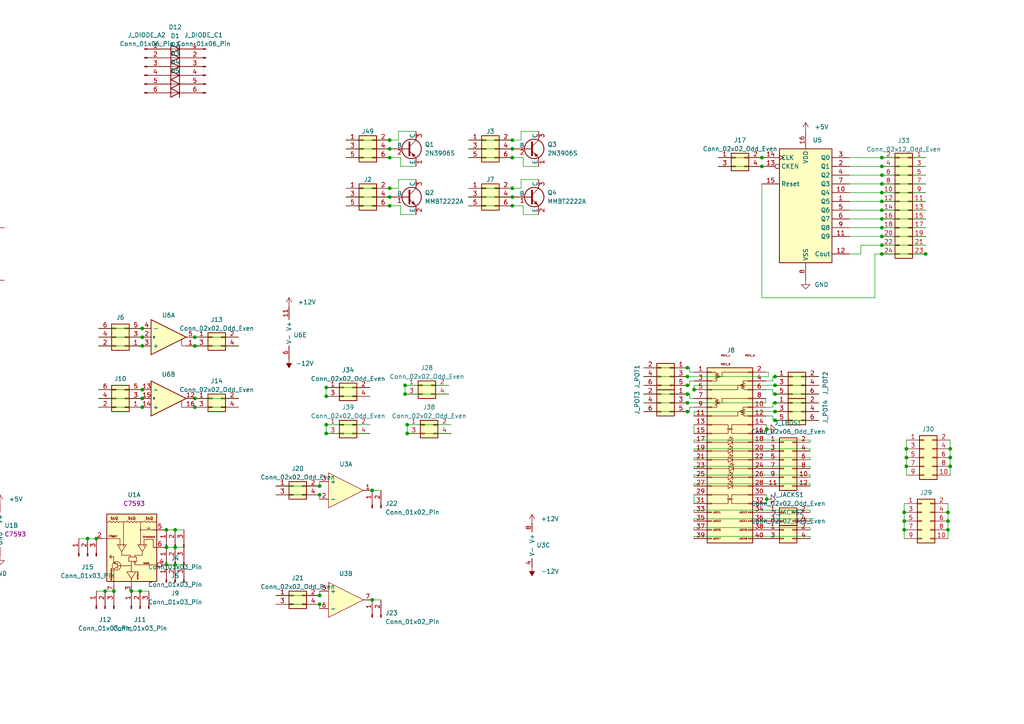
<source format=kicad_sch>
(kicad_sch (version 20230121) (generator eeschema)
  (paper "A4")
  (lib_symbols
    (symbol "Connector:Conn_01x02_Pin" (pin_names (offset 1.016) hide)
      (property "Reference" "J" (at 0 2.54 0))
      (property "Value" "Conn_01x02_Pin" (at 0 -5.08 0))
      (symbol "Conn_01x02_Pin_1_1"
        (pin passive line (at 5.08 0 180) (length 3.81) (name "Pin_1") (number "1"))
        (pin passive line (at 5.08 -2.54 180) (length 3.81) (name "Pin_2") (number "2"))
      )
    )
    (symbol "Connector:Conn_01x03_Pin" (pin_names (offset 1.016) hide)
      (property "Reference" "J" (at 0 5.08 0))
      (property "Value" "Conn_01x03_Pin" (at 0 -5.08 0))
      (symbol "Conn_01x03_Pin_1_1"
        (pin passive line (at 5.08 2.54 180) (length 3.81) (name "Pin_1") (number "1"))
        (pin passive line (at 5.08 0 180) (length 3.81) (name "Pin_2") (number "2"))
        (pin passive line (at 5.08 -2.54 180) (length 3.81) (name "Pin_3") (number "3"))
      )
    )
    (symbol "Connector:Conn_01x06_Pin" (pin_names (offset 1.016) hide)
      (property "Reference" "J" (at 0 7.62 0))
      (property "Value" "Conn_01x06_Pin" (at 0 -10.16 0))
      (symbol "Conn_01x06_Pin_1_1"
        (pin passive line (at 5.08 5.08 180) (length 3.81) (name "Pin_1") (number "1"))
        (pin passive line (at 5.08 2.54 180) (length 3.81) (name "Pin_2") (number "2"))
        (pin passive line (at 5.08 0 180) (length 3.81) (name "Pin_3") (number "3"))
        (pin passive line (at 5.08 -2.54 180) (length 3.81) (name "Pin_4") (number "4"))
        (pin passive line (at 5.08 -5.08 180) (length 3.81) (name "Pin_5") (number "5"))
        (pin passive line (at 5.08 -7.62 180) (length 3.81) (name "Pin_6") (number "6"))
      )
    )
    (symbol "Connector_Generic:Conn_02x02_Odd_Even" (pin_names (offset 1.016) hide)
      (property "Reference" "J" (at 1.27 2.54 0))
      (property "Value" "Conn_02x02_Odd_Even" (at 1.27 -5.08 0))
      (symbol "Conn_02x02_Odd_Even_1_1"
        (pin passive line (at -5.08 0 0) (length 3.81) (name "Pin_1") (number "1"))
        (pin passive line (at 7.62 0 180) (length 3.81) (name "Pin_2") (number "2"))
        (pin passive line (at -5.08 -2.54 0) (length 3.81) (name "Pin_3") (number "3"))
        (pin passive line (at 7.62 -2.54 180) (length 3.81) (name "Pin_4") (number "4"))
      )
    )
    (symbol "Connector_Generic:Conn_02x06_Odd_Even" (pin_names (offset 1.016) hide)
      (property "Reference" "J" (at 1.27 7.62 0))
      (property "Value" "Conn_02x06_Odd_Even" (at 1.27 -10.16 0))
      (symbol "Conn_02x06_Odd_Even_1_1"
        (pin passive line (at -5.08 5.08 0) (length 3.81) (name "Pin_1") (number "1"))
        (pin passive line (at 7.62 -5.08 180) (length 3.81) (name "Pin_10") (number "10"))
        (pin passive line (at -5.08 -7.62 0) (length 3.81) (name "Pin_11") (number "11"))
        (pin passive line (at 7.62 -7.62 180) (length 3.81) (name "Pin_12") (number "12"))
        (pin passive line (at 7.62 5.08 180) (length 3.81) (name "Pin_2") (number "2"))
        (pin passive line (at -5.08 2.54 0) (length 3.81) (name "Pin_3") (number "3"))
        (pin passive line (at 7.62 2.54 180) (length 3.81) (name "Pin_4") (number "4"))
        (pin passive line (at -5.08 0 0) (length 3.81) (name "Pin_5") (number "5"))
        (pin passive line (at 7.62 0 180) (length 3.81) (name "Pin_6") (number "6"))
        (pin passive line (at -5.08 -2.54 0) (length 3.81) (name "Pin_7") (number "7"))
        (pin passive line (at 7.62 -2.54 180) (length 3.81) (name "Pin_8") (number "8"))
        (pin passive line (at -5.08 -5.08 0) (length 3.81) (name "Pin_9") (number "9"))
      )
    )
    (symbol "Connector_Generic:Conn_02x12_Odd_Even" (pin_names (offset 1.016) hide)
      (property "Reference" "J" (at 1.27 15.24 0))
      (property "Value" "Conn_02x12_Odd_Even" (at 1.27 -17.78 0))
      (symbol "Conn_02x12_Odd_Even_1_1"
        (pin passive line (at -5.08 12.7 0) (length 3.81) (name "Pin_1") (number "1"))
        (pin passive line (at 7.62 2.54 180) (length 3.81) (name "Pin_10") (number "10"))
        (pin passive line (at -5.08 0 0) (length 3.81) (name "Pin_11") (number "11"))
        (pin passive line (at 7.62 0 180) (length 3.81) (name "Pin_12") (number "12"))
        (pin passive line (at -5.08 -2.54 0) (length 3.81) (name "Pin_13") (number "13"))
        (pin passive line (at 7.62 -2.54 180) (length 3.81) (name "Pin_14") (number "14"))
        (pin passive line (at -5.08 -5.08 0) (length 3.81) (name "Pin_15") (number "15"))
        (pin passive line (at 7.62 -5.08 180) (length 3.81) (name "Pin_16") (number "16"))
        (pin passive line (at -5.08 -7.62 0) (length 3.81) (name "Pin_17") (number "17"))
        (pin passive line (at 7.62 -7.62 180) (length 3.81) (name "Pin_18") (number "18"))
        (pin passive line (at -5.08 -10.16 0) (length 3.81) (name "Pin_19") (number "19"))
        (pin passive line (at 7.62 12.7 180) (length 3.81) (name "Pin_2") (number "2"))
        (pin passive line (at 7.62 -10.16 180) (length 3.81) (name "Pin_20") (number "20"))
        (pin passive line (at -5.08 -12.7 0) (length 3.81) (name "Pin_21") (number "21"))
        (pin passive line (at 7.62 -12.7 180) (length 3.81) (name "Pin_22") (number "22"))
        (pin passive line (at -5.08 -15.24 0) (length 3.81) (name "Pin_23") (number "23"))
        (pin passive line (at 7.62 -15.24 180) (length 3.81) (name "Pin_24") (number "24"))
        (pin passive line (at -5.08 10.16 0) (length 3.81) (name "Pin_3") (number "3"))
        (pin passive line (at 7.62 10.16 180) (length 3.81) (name "Pin_4") (number "4"))
        (pin passive line (at -5.08 7.62 0) (length 3.81) (name "Pin_5") (number "5"))
        (pin passive line (at 7.62 7.62 180) (length 3.81) (name "Pin_6") (number "6"))
        (pin passive line (at -5.08 5.08 0) (length 3.81) (name "Pin_7") (number "7"))
        (pin passive line (at 7.62 5.08 180) (length 3.81) (name "Pin_8") (number "8"))
        (pin passive line (at -5.08 2.54 0) (length 3.81) (name "Pin_9") (number "9"))
      )
    )
    (symbol "EuroRackTools:1N4148WS" (pin_numbers hide) (pin_names (offset 1.016) hide)
      (property "Reference" "D" (at 0 2.54 0))
      (property "Value" "1N4148WS" (at 0 -2.54 0))
      (symbol "1N4148WS_1_1"
        (pin passive line (at -3.81 0 0) (length 2.54) (name "K") (number "1"))
        (pin passive line (at 3.81 0 180) (length 2.54) (name "A") (number "2"))
      )
    )
    (symbol "EuroRackTools:2N3906S" (pin_names (offset 0))
      (property "Reference" "Q" (at 5.08 1.27 0))
      (property "Value" "2N3906S" (at 5.08 -1.27 0))
      (symbol "2N3906S_1_1"
        (pin passive line (at 2.54 -5.08 90) (length 2.54) (name "E") (number "1"))
        (pin input line (at -5.08 0 0) (length 5.715) (name "B") (number "2"))
        (pin passive line (at 2.54 5.08 270) (length 2.54) (name "C") (number "3"))
      )
    )
    (symbol "EuroRackTools:4017bm"
      (property "Reference" "U" (at 0 1.27 0))
      (symbol "4017bm_1_0"
        (pin output line (at 12.7 2.54 180) (length 5.08) (name "Q5") (number "1"))
        (pin output line (at 12.7 5.08 180) (length 5.08) (name "Q4") (number "10"))
        (pin output line (at 12.7 -7.62 180) (length 5.08) (name "Q9") (number "11"))
        (pin output line (at 12.7 -12.7 180) (length 5.08) (name "Cout") (number "12"))
        (pin input inverted (at -12.7 12.7 0) (length 5.08) (name "CKEN") (number "13"))
        (pin input clock (at -12.7 15.24 0) (length 5.08) (name "CLK") (number "14"))
        (pin input line (at -12.7 7.62 0) (length 5.08) (name "Reset") (number "15"))
        (pin power_in line (at 0 22.86 270) (length 5.08) (name "VDD") (number "16"))
        (pin output line (at 12.7 12.7 180) (length 5.08) (name "Q1") (number "2"))
        (pin output line (at 12.7 15.24 180) (length 5.08) (name "Q0") (number "3"))
        (pin output line (at 12.7 10.16 180) (length 5.08) (name "Q2") (number "4"))
        (pin output line (at 12.7 0 180) (length 5.08) (name "Q6") (number "5"))
        (pin output line (at 12.7 -2.54 180) (length 5.08) (name "Q7") (number "6"))
        (pin output line (at 12.7 7.62 180) (length 5.08) (name "Q3") (number "7"))
        (pin power_in line (at 0 -20.32 90) (length 5.08) (name "VSS") (number "8"))
        (pin output line (at 12.7 -5.08 180) (length 5.08) (name "Q8") (number "9"))
      )
    )
    (symbol "EuroRackTools:MMBT2222A" (pin_names (offset 0))
      (property "Reference" "Q" (at 5.08 1.27 0))
      (property "Value" "MMBT2222A" (at 12.7 -2.032 0))
      (symbol "MMBT2222A_1_1"
        (pin input line (at -5.08 0 0) (length 5.715) (name "B") (number "1"))
        (pin passive line (at 2.54 -5.08 90) (length 2.54) (name "E") (number "2"))
        (pin passive line (at 2.54 5.08 270) (length 2.54) (name "C") (number "3"))
      )
    )
    (symbol "EuroRackTools:NE555DR"
      (property "Reference" "U" (at 2.54 3.556 0))
      (property "LCSC" "C7593" (at 0 0 0))
      (symbol "NE555DR_1_0"
        (text "5kΩ" (at -2.413 8.382 0) (effects (font (size 0.75 0.75))))
        (text "5kΩ" (at 2.667 8.382 0) (effects (font (size 0.75 0.75))))
        (text "5kΩ" (at 7.747 8.382 0) (effects (font (size 0.75 0.75))))
        (text "cv" (at 7.62 5.588 0) (effects (font (size 0.5 0.5))))
        (text "discharge" (at -3.302 -7.874 900) (effects (font (size 0.5 0.5))))
        (text "output" (at 4.318 -8.128 900) (effects (font (size 0.5 0.5))))
        (text "reset" (at 6.858 -4.572 0) (effects (font (size 0.5 0.5))))
        (text "threshold" (at 7.62 3.048 0) (effects (font (size 0.5 0.5))))
        (text "trigger" (at -2.794 3.302 0) (effects (font (size 0.5 0.5))))
      )
      (symbol "NE555DR_1_1"
        (pin input line (at -7.62 2.54 0) (length 1.75) (name "") (number "2"))
        (pin output line (at 2.54 -12.7 90) (length 1.75) (name "") (number "3"))
        (pin input inverted (at 12.7 -5.08 180) (length 2.65) (name "") (number "4"))
        (pin input line (at 12.7 5.08 180) (length 3.81) (name "") (number "5"))
        (pin input line (at 12.7 0 180) (length 3.81) (name "") (number "6"))
        (pin input line (at -2.54 -12.7 90) (length 1.75) (name "") (number "7"))
      )
      (symbol "NE555DR_2_0"
        (pin power_in line (at 0 -5.08 90) (length 2.54) (name "GND") (number "1"))
        (pin power_in line (at 0 10.16 270) (length 2.54) (name "V+") (number "8"))
      )
    )
    (symbol "EuroRackTools:TL072"
      (property "Reference" "U" (at -1.27 0 0))
      (symbol "TL072_1_1"
        (pin output line (at 7.62 0 180) (length 2.54) (name "") (number "1"))
        (pin input line (at -7.62 -2.54 0) (length 2.54) (name "-") (number "2"))
        (pin input line (at -7.62 2.54 0) (length 2.54) (name "+") (number "3"))
      )
      (symbol "TL072_2_1"
        (pin input line (at -7.62 2.54 0) (length 2.54) (name "+") (number "5"))
        (pin input line (at -7.62 -2.54 0) (length 2.54) (name "-") (number "6"))
        (pin output line (at 7.62 0 180) (length 2.54) (name "") (number "7"))
      )
      (symbol "TL072_3_0"
        (pin power_in line (at -2.54 -6.35 90) (length 2.54) (name "V-") (number "4"))
        (pin power_in line (at -2.54 6.35 270) (length 2.54) (name "V+") (number "8"))
      )
    )
    (symbol "PCM_EuroRackTools:02x03" (pin_names (offset 1.016) hide)
      (property "Reference" "J" (at 1.27 5.08 0))
      (symbol "02x03_1_1"
        (pin passive line (at -5.08 2.54 0) (length 3.81) (name "Pin_1") (number "1"))
        (pin passive line (at 7.62 2.54 180) (length 3.81) (name "Pin_2") (number "2"))
        (pin passive line (at -5.08 0 0) (length 3.81) (name "Pin_3") (number "3"))
        (pin passive line (at 7.62 0 180) (length 3.81) (name "Pin_4") (number "4"))
        (pin passive line (at -5.08 -2.54 0) (length 3.81) (name "Pin_5") (number "5"))
        (pin passive line (at 7.62 -2.54 180) (length 3.81) (name "Pin_6") (number "6"))
      )
    )
    (symbol "PCM_EuroRackTools:02x05" (pin_names (offset 1.016) hide)
      (property "Reference" "J" (at 1.27 7.62 0))
      (symbol "02x05_1_1"
        (pin passive line (at -5.08 5.08 0) (length 3.81) (name "Pin_1") (number "1"))
        (pin passive line (at 7.62 -5.08 180) (length 3.81) (name "Pin_10") (number "10"))
        (pin passive line (at 7.62 5.08 180) (length 3.81) (name "Pin_2") (number "2"))
        (pin passive line (at -5.08 2.54 0) (length 3.81) (name "Pin_3") (number "3"))
        (pin passive line (at 7.62 2.54 180) (length 3.81) (name "Pin_4") (number "4"))
        (pin passive line (at -5.08 0 0) (length 3.81) (name "Pin_5") (number "5"))
        (pin passive line (at 7.62 0 180) (length 3.81) (name "Pin_6") (number "6"))
        (pin passive line (at -5.08 -2.54 0) (length 3.81) (name "Pin_7") (number "7"))
        (pin passive line (at 7.62 -2.54 180) (length 3.81) (name "Pin_8") (number "8"))
        (pin passive line (at -5.08 -5.08 0) (length 3.81) (name "Pin_9") (number "9"))
      )
    )
    (symbol "PCM_EuroRackTools:EuroPower16" (pin_names (offset 1.016) hide)
      (property "Reference" "J" (at 1.27 10.16 0))
      (symbol "EuroPower16_0_0"
        (text "+12v" (at 1.27 0 0) (effects (font (size 0.8 0.8))))
        (text "+5v" (at 1.27 2.54 0) (effects (font (size 0.8 0.8))))
        (text "-12v" (at 1.27 -10.16 0) (effects (font (size 0.8 0.8))))
        (text "CV" (at 1.27 5.08 0) (effects (font (size 0.8 0.8))))
        (text "GATE" (at 1.27 7.62 0) (effects (font (size 0.8 0.8))))
        (text "GND" (at 1.27 -7.62 0) (effects (font (size 0.8 0.8))))
        (text "GND" (at 1.27 -5.08 0) (effects (font (size 0.8 0.8))))
        (text "GND" (at 1.27 -2.54 0) (effects (font (size 0.8 0.8))))
      )
      (symbol "EuroPower16_1_1"
        (pin power_out line (at 7.62 -10.16 180) (length 3.81) (name "-12v_R") (number "1"))
        (pin power_out line (at -5.08 0 0) (length 3.81) (name "+12V_L") (number "10"))
        (pin power_out line (at 7.62 2.54 180) (length 3.81) (name "+5v_R") (number "11"))
        (pin power_out line (at -5.08 2.54 0) (length 3.81) (name "+5v_L") (number "12"))
        (pin passive line (at 7.62 5.08 180) (length 3.81) (name "CV_R") (number "13"))
        (pin passive line (at -5.08 5.08 0) (length 3.81) (name "CV_L") (number "14"))
        (pin passive line (at 7.62 7.62 180) (length 3.81) (name "GATE_R") (number "15"))
        (pin passive line (at -5.08 7.62 0) (length 3.81) (name "GATE_L") (number "16"))
        (pin power_out line (at -5.08 -10.16 0) (length 3.81) (name "-12v_L") (number "2"))
        (pin power_out line (at 7.62 -7.62 180) (length 3.81) (name "GND") (number "3"))
        (pin power_out line (at -5.08 -7.62 0) (length 3.81) (name "GND") (number "4"))
        (pin power_out line (at 7.62 -5.08 180) (length 3.81) (name "GND_R3") (number "5"))
        (pin power_out line (at -5.08 -5.08 0) (length 3.81) (name "GND_L3") (number "6"))
        (pin power_out line (at 7.62 -2.54 180) (length 3.81) (name "GND_R2") (number "7"))
        (pin power_out line (at -5.08 -2.54 0) (length 3.81) (name "GND_L2") (number "8"))
        (pin power_out line (at 7.62 0 180) (length 3.81) (name "+12V_R") (number "9"))
      )
    )
    (symbol "PCM_EuroRackTools:XL13700"
      (property "Reference" "U" (at -1.27 0 0))
      (symbol "XL13700_1_1"
        (pin input line (at 7.62 -2.54 180) (length 2.54) (name "~") (number "1"))
        (pin input line (at -7.62 0 0) (length 2.54) (name "D") (number "2"))
        (pin input line (at -7.62 -2.54 0) (length 2.54) (name "+") (number "3"))
        (pin input line (at -7.62 2.54 0) (length 2.54) (name "-") (number "4"))
        (pin output line (at 7.62 0 180) (length 2.54) (name "~") (number "5"))
      )
      (symbol "XL13700_2_1"
        (pin output line (at 7.62 0 180) (length 2.54) (name "~") (number "12"))
        (pin input line (at -7.62 2.54 0) (length 2.54) (name "-") (number "13"))
        (pin input line (at -7.62 -2.54 0) (length 2.54) (name "+") (number "14"))
        (pin input line (at -7.62 0 0) (length 2.54) (name "D") (number "15"))
        (pin input line (at 7.62 -2.54 180) (length 2.54) (name "~") (number "16"))
      )
      (symbol "XL13700_3_1"
        (text "V+" (at -2.54 3.81 0) (effects (font (size 1.27 1.27))))
        (pin input line (at -7.62 0 0) (length 3.81) (name "~") (number "7"))
        (pin output line (at 2.54 -2.54 180) (length 3.81) (name "~") (number "8"))
      )
      (symbol "XL13700_4_1"
        (text "V+" (at -2.54 3.81 0) (effects (font (size 1.27 1.27))))
        (pin input line (at -7.62 0 0) (length 3.81) (name "~") (number "10"))
        (pin output line (at 2.54 -2.54 180) (length 3.81) (name "~") (number "9"))
      )
      (symbol "XL13700_5_1"
        (pin power_in line (at -2.54 7.62 270) (length 3.81) (name "V+") (number "11"))
        (pin power_in line (at -2.54 -7.62 90) (length 3.81) (name "V-") (number "6"))
      )
    )
    (symbol "PCM_EuroRackTools:male 02x20" (pin_names (offset 1.016) hide)
      (property "Reference" "J" (at 1.27 25.4 0))
      (symbol "male 02x20_0_1"
        (text "GND" (at 5.334 -13.97 0) (effects (font (size 0.5 0.5))))
        (text "GND" (at 5.334 6.35 0) (effects (font (size 0.5 0.5))))
        (text "JACK1" (at 1.524 -17.78 0) (effects (font (size 0.5 0.5))))
        (text "JACK2" (at 9.144 -17.78 0) (effects (font (size 0.5 0.5))))
        (text "JACK3" (at 1.524 -20.32 0) (effects (font (size 0.5 0.5))))
        (text "JACK4" (at 9.144 -20.32 0) (effects (font (size 0.5 0.5))))
        (text "JACK5" (at 1.524 -22.86 0) (effects (font (size 0.5 0.5))))
        (text "JACK6" (at 9.144 -22.86 0) (effects (font (size 0.5 0.5))))
        (text "JACK7" (at 1.524 -25.4 0) (effects (font (size 0.5 0.5))))
        (text "JACK8" (at 9.144 -25.4 0) (effects (font (size 0.5 0.5))))
        (text "POT1_L" (at 4.064 27.686 0) (effects (font (size 0.5 0.5))))
        (text "POT1_R" (at 4.064 25.146 0) (effects (font (size 0.5 0.5))))
        (text "POT1_W" (at 11.176 27.686 0) (effects (font (size 0.5 0.5))))
      )
      (symbol "male 02x20_1_1"
        (pin passive line (at -5.08 22.86 0) (length 3.81) (name "Pin_1") (number "1"))
        (pin passive line (at 15.748 12.7 180) (length 3.81) (name "Pin_10") (number "10"))
        (pin passive line (at -5.08 10.16 0) (length 3.81) (name "Pin_11") (number "11"))
        (pin passive line (at 15.748 10.16 180) (length 3.81) (name "Pin_12") (number "12"))
        (pin passive line (at -5.08 7.62 0) (length 3.81) (name "Pin_13") (number "13"))
        (pin passive line (at 15.748 7.62 180) (length 3.81) (name "Pin_14") (number "14"))
        (pin passive line (at -5.08 5.08 0) (length 3.81) (name "Pin_15") (number "15"))
        (pin passive line (at 15.748 5.08 180) (length 3.81) (name "Pin_16") (number "16"))
        (pin passive line (at -5.08 2.54 0) (length 3.81) (name "Pin_17") (number "17"))
        (pin passive line (at 15.748 2.54 180) (length 3.81) (name "Pin_18") (number "18"))
        (pin passive line (at -5.08 0 0) (length 3.81) (name "Pin_19") (number "19"))
        (pin passive line (at 15.748 22.86 180) (length 3.81) (name "Pin_2") (number "2"))
        (pin passive line (at 15.748 0 180) (length 3.81) (name "Pin_20") (number "20"))
        (pin passive line (at -5.08 -2.54 0) (length 3.81) (name "Pin_21") (number "21"))
        (pin passive line (at 15.748 -2.54 180) (length 3.81) (name "Pin_22") (number "22"))
        (pin passive line (at -5.08 -5.08 0) (length 3.81) (name "Pin_23") (number "23"))
        (pin passive line (at 15.748 -5.08 180) (length 3.81) (name "Pin_24") (number "24"))
        (pin passive line (at -5.08 -7.62 0) (length 3.81) (name "Pin_25") (number "25"))
        (pin passive line (at 15.748 -7.62 180) (length 3.81) (name "Pin_26") (number "26"))
        (pin passive line (at -5.08 -10.16 0) (length 3.81) (name "Pin_27") (number "27"))
        (pin passive line (at 15.748 -10.16 180) (length 3.81) (name "Pin_28") (number "28"))
        (pin passive line (at -5.08 -12.7 0) (length 3.81) (name "Pin_29") (number "29"))
        (pin passive line (at -5.08 20.32 0) (length 3.81) (name "Pin_3") (number "3"))
        (pin passive line (at 15.748 -12.7 180) (length 3.81) (name "Pin_30") (number "30"))
        (pin passive line (at -5.08 -15.24 0) (length 3.81) (name "Pin_31") (number "31"))
        (pin passive line (at 15.748 -15.24 180) (length 3.81) (name "Pin_32") (number "32"))
        (pin passive line (at -5.08 -17.78 0) (length 3.81) (name "Pin_33") (number "33"))
        (pin passive line (at 15.748 -17.78 180) (length 3.81) (name "Pin_34") (number "34"))
        (pin passive line (at -5.08 -20.32 0) (length 3.81) (name "Pin_35") (number "35"))
        (pin passive line (at 15.748 -20.32 180) (length 3.81) (name "Pin_36") (number "36"))
        (pin passive line (at -5.08 -22.86 0) (length 3.81) (name "Pin_37") (number "37"))
        (pin passive line (at 15.748 -22.86 180) (length 3.81) (name "Pin_38") (number "38"))
        (pin passive line (at -5.08 -25.4 0) (length 3.81) (name "Pin_39") (number "39"))
        (pin passive line (at 15.748 20.32 180) (length 3.81) (name "Pin_4") (number "4"))
        (pin passive line (at 15.748 -25.4 180) (length 3.81) (name "Pin_40") (number "40"))
        (pin passive line (at -5.08 17.78 0) (length 3.81) (name "Pin_5") (number "5"))
        (pin passive line (at 15.748 17.78 180) (length 3.81) (name "Pin_6") (number "6"))
        (pin passive line (at -5.08 15.24 0) (length 3.81) (name "Pin_7") (number "7"))
        (pin passive line (at 15.748 15.24 180) (length 3.81) (name "Pin_8") (number "8"))
        (pin passive line (at -5.08 12.7 0) (length 3.81) (name "Pin_9") (number "9"))
      )
    )
    (symbol "power:+12V" (power) (pin_names (offset 0))
      (property "Value" "+12V" (at 0 3.556 0))
      (symbol "+12V_1_1"
        (pin power_in line (at 0 0 90) (length 0) hide (name "+12V") (number "1"))
      )
    )
    (symbol "power:+5V" (power) (pin_names (offset 0))
      (property "Value" "+5V" (at 0 3.556 0))
      (symbol "+5V_1_1"
        (pin power_in line (at 0 0 90) (length 0) hide (name "+5V") (number "1"))
      )
    )
    (symbol "power:-12V" (power) (pin_names (offset 0))
      (property "Value" "-12V" (at 0 3.81 0))
      (symbol "-12V_0_0"
        (pin power_in line (at 0 0 90) (length 0) hide (name "-12V") (number "1"))
      )
    )
    (symbol "power:GND" (power) (pin_names (offset 0))
      (property "Value" "GND" (at 0 -3.81 0))
      (symbol "GND_1_1"
        (pin power_in line (at 0 0 270) (length 0) hide (name "GND") (number "1"))
      )
    )
  )
  (junction (at 113.03 59.69))
  (junction (at 148.59 40.64))
  (junction (at 222.377 124.46))
  (junction (at 224.79 116.84))
  (junction (at 255.778 71.12))
  (junction (at 262.89 130.175))
  (junction (at 148.59 59.69))
  (junction (at 347.345 133.35))
  (junction (at 148.59 54.61))
  (junction (at 383.54 145.034))
  (junction (at 56.515 100.33))
  (junction (at 370.84 145.034))
  (junction (at 113.03 40.64))
  (junction (at 334.645 133.35))
  (junction (at 255.778 60.96))
  (junction (at 27.94 156.21))
  (junction (at 325.755 111.76))
  (junction (at 383.54 150.114))
  (junction (at 275.59 130.175))
  (junction (at 358.14 90.805))
  (junction (at 383.54 139.954))
  (junction (at 50.8 163.83))
  (junction (at 224.79 109.22))
  (junction (at 201.295 113.03))
  (junction (at 48.26 153.67))
  (junction (at 338.455 111.76))
  (junction (at 113.03 57.15))
  (junction (at 40.64 171.45))
  (junction (at 255.778 58.42))
  (junction (at 41.275 100.33))
  (junction (at 262.89 135.255))
  (junction (at 347.345 135.89))
  (junction (at 113.03 45.72))
  (junction (at 33.02 171.45))
  (junction (at 275.59 132.715))
  (junction (at 268.478 73.66))
  (junction (at 56.515 97.79))
  (junction (at 199.39 114.3))
  (junction (at 148.59 57.15))
  (junction (at 41.275 97.79))
  (junction (at 199.39 109.22))
  (junction (at 92.71 172.72))
  (junction (at 41.275 95.25))
  (junction (at 274.955 151.13))
  (junction (at 199.39 119.38))
  (junction (at 338.455 109.22))
  (junction (at 38.1 171.45))
  (junction (at 262.255 151.13))
  (junction (at 224.79 114.3))
  (junction (at 92.71 143.51))
  (junction (at 93.98 255.27))
  (junction (at 94.615 123.19))
  (junction (at 334.645 130.81))
  (junction (at 347.345 138.43))
  (junction (at 220.98 45.72))
  (junction (at 255.778 48.26))
  (junction (at 113.03 54.61))
  (junction (at 199.39 116.84))
  (junction (at 347.345 130.81))
  (junction (at 262.255 153.67))
  (junction (at 117.475 111.76))
  (junction (at 255.778 45.72))
  (junction (at 347.345 128.27))
  (junction (at 50.8 158.75))
  (junction (at 370.84 88.265))
  (junction (at 383.54 147.574))
  (junction (at 56.515 118.11))
  (junction (at 255.778 63.5))
  (junction (at 199.39 111.76))
  (junction (at 107.95 173.99))
  (junction (at 107.95 142.24))
  (junction (at 30.48 171.45))
  (junction (at 370.84 100.965))
  (junction (at 117.475 114.3))
  (junction (at 255.778 73.66))
  (junction (at 48.26 158.75))
  (junction (at 109.22 224.79))
  (junction (at 148.59 43.18))
  (junction (at 255.778 55.88))
  (junction (at 41.275 118.11))
  (junction (at 109.22 256.54))
  (junction (at 94.615 114.935))
  (junction (at 338.455 116.84))
  (junction (at 370.84 142.494))
  (junction (at 148.59 45.72))
  (junction (at 338.455 106.68))
  (junction (at 370.84 98.425))
  (junction (at 255.778 53.34))
  (junction (at 222.377 144.78))
  (junction (at 275.59 135.255))
  (junction (at 358.14 93.345))
  (junction (at 274.955 148.59))
  (junction (at 338.455 114.3))
  (junction (at 93.98 257.81))
  (junction (at 224.79 121.92))
  (junction (at 25.4 156.21))
  (junction (at 224.79 111.76))
  (junction (at 92.71 140.97))
  (junction (at 262.255 148.59))
  (junction (at 93.98 223.52))
  (junction (at 255.778 66.04))
  (junction (at 224.79 119.38))
  (junction (at 113.03 43.18))
  (junction (at 56.515 115.57))
  (junction (at 325.755 109.22))
  (junction (at 41.275 115.57))
  (junction (at 255.778 50.8))
  (junction (at 94.615 112.395))
  (junction (at 48.26 163.83))
  (junction (at 41.275 113.03))
  (junction (at 255.778 68.58))
  (junction (at 199.39 106.68))
  (junction (at 92.71 175.26))
  (junction (at 383.54 142.494))
  (junction (at 118.11 123.19))
  (junction (at 118.11 125.73))
  (junction (at 358.14 95.885))
  (junction (at 274.955 153.67))
  (junction (at 220.98 48.26))
  (junction (at 370.84 93.345))
  (junction (at 262.89 132.715))
  (junction (at 50.8 153.67))
  (junction (at 94.615 125.73))
  (junction (at 93.98 226.06))
  (wire (pts (xy 201.295 146.05) (xy 201.295 143.51)))
  (wire (pts (xy 115.57 52.07) (xy 115.57 54.61)))
  (wire (pts (xy 234.95 140.97) (xy 234.95 140.335)))
  (wire (pts (xy 262.255 153.67) (xy 262.255 156.21)))
  (wire (pts (xy 274.955 148.59) (xy 274.955 151.13)))
  (wire (pts (xy 116.205 59.69) (xy 113.03 59.69)))
  (wire (pts (xy 383.54 142.494) (xy 383.54 145.034)))
  (wire (pts (xy 50.8 153.67) (xy 53.34 153.67)))
  (wire (pts (xy 199.39 119.38) (xy 200.025 119.38)))
  (wire (pts (xy 200.025 106.68) (xy 200.025 107.95)))
  (wire (pts (xy 334.645 128.27) (xy 347.345 128.27)))
  (wire (pts (xy 151.13 38.1) (xy 151.13 40.64)))
  (wire (pts (xy 201.295 153.035) (xy 201.295 153.67)))
  (wire (pts (xy 116.205 45.72) (xy 113.03 45.72)))
  (wire (pts (xy 151.765 59.69) (xy 148.59 59.69)))
  (wire (pts (xy 262.89 130.175) (xy 262.89 132.715)))
  (wire (pts (xy 92.71 175.26) (xy 92.71 176.53)))
  (wire (pts (xy 370.84 139.954) (xy 383.54 139.954)))
  (wire (pts (xy 200.025 115.57) (xy 201.295 115.57)))
  (wire (pts (xy 347.345 130.81) (xy 347.345 133.35)))
  (wire (pts (xy 222.123 130.81) (xy 222.25 130.81)))
  (wire (pts (xy 234.95 132.715) (xy 201.295 132.715)))
  (wire (pts (xy 220.98 53.34) (xy 220.98 86.36)))
  (wire (pts (xy 246.38 48.26) (xy 255.778 48.26)))
  (wire (pts (xy 120.65 62.23) (xy 116.205 62.23)))
  (wire (pts (xy 234.95 153.67) (xy 234.95 153.035)))
  (wire (pts (xy 186.69 111.76) (xy 199.39 111.76)))
  (wire (pts (xy 222.123 151.13) (xy 222.25 151.13)))
  (wire (pts (xy 115.57 40.64) (xy 113.03 40.64)))
  (wire (pts (xy 262.89 132.715) (xy 262.89 135.255)))
  (wire (pts (xy 222.123 115.57) (xy 222.123 116.84)))
  (wire (pts (xy 338.455 109.22) (xy 338.455 111.76)))
  (wire (pts (xy 120.65 52.07) (xy 115.57 52.07)))
  (wire (pts (xy 274.955 151.13) (xy 274.955 153.67)))
  (wire (pts (xy 370.84 142.494) (xy 370.84 145.034)))
  (wire (pts (xy 224.79 119.38) (xy 201.295 119.38)))
  (wire (pts (xy 81.28 226.06) (xy 93.98 226.06)))
  (wire (pts (xy 234.95 130.175) (xy 201.295 130.175)))
  (wire (pts (xy 358.14 100.965) (xy 370.84 100.965)))
  (wire (pts (xy 40.64 171.45) (xy 43.18 171.45)))
  (wire (pts (xy 201.295 111.76) (xy 201.295 113.03)))
  (wire (pts (xy 80.01 175.26) (xy 92.71 175.26)))
  (wire (pts (xy 92.71 140.97) (xy 80.01 140.97)))
  (wire (pts (xy 255.778 68.58) (xy 268.478 68.58)))
  (wire (pts (xy 246.38 66.04) (xy 255.778 66.04)))
  (wire (pts (xy 255.778 45.72) (xy 268.478 45.72)))
  (wire (pts (xy 222.123 125.73) (xy 222.377 125.73)))
  (wire (pts (xy 118.11 125.73) (xy 130.81 125.73)))
  (wire (pts (xy 200.025 119.38) (xy 200.025 118.11)))
  (wire (pts (xy 224.79 119.38) (xy 237.49 119.38)))
  (wire (pts (xy 201.295 155.575) (xy 201.295 156.21)))
  (wire (pts (xy 48.26 163.83) (xy 50.8 163.83)))
  (wire (pts (xy 222.377 144.78) (xy 222.377 146.05)))
  (wire (pts (xy 151.13 54.61) (xy 148.59 54.61)))
  (wire (pts (xy 93.98 222.25) (xy 93.98 223.52)))
  (wire (pts (xy 201.295 147.955) (xy 201.295 148.59)))
  (wire (pts (xy 186.69 114.3) (xy 199.39 114.3)))
  (wire (pts (xy 246.38 73.66) (xy 249.682 73.66)))
  (wire (pts (xy 117.475 114.3) (xy 130.175 114.3)))
  (wire (pts (xy 200.025 114.3) (xy 200.025 115.57)))
  (wire (pts (xy 48.26 158.75) (xy 50.8 158.75)))
  (wire (pts (xy 115.57 54.61) (xy 113.03 54.61)))
  (wire (pts (xy 224.79 109.22) (xy 237.49 109.22)))
  (wire (pts (xy 222.123 118.11) (xy 224.155 118.11)))
  (wire (pts (xy 130.81 123.19) (xy 118.11 123.19)))
  (wire (pts (xy 234.95 128.27) (xy 234.95 127.635)))
  (wire (pts (xy 113.03 54.61) (xy 100.33 54.61)))
  (wire (pts (xy 107.95 173.99) (xy 110.49 173.99)))
  (wire (pts (xy 253.746 86.36) (xy 253.746 73.66)))
  (wire (pts (xy 325.755 114.3) (xy 338.455 114.3)))
  (wire (pts (xy 120.65 48.26) (xy 116.205 48.26)))
  (wire (pts (xy 151.13 40.64) (xy 148.59 40.64)))
  (wire (pts (xy 27.94 171.45) (xy 30.48 171.45)))
  (wire (pts (xy 94.615 112.395) (xy 94.615 114.935)))
  (wire (pts (xy 275.59 132.715) (xy 275.59 135.255)))
  (wire (pts (xy 80.01 143.51) (xy 92.71 143.51)))
  (wire (pts (xy 92.71 172.72) (xy 80.01 172.72)))
  (wire (pts (xy 28.575 118.11) (xy 41.275 118.11)))
  (wire (pts (xy 135.89 57.15) (xy 148.59 57.15)))
  (wire (pts (xy 234.95 148.59) (xy 234.95 147.955)))
  (wire (pts (xy 201.295 127.635) (xy 201.295 128.27)))
  (wire (pts (xy 50.8 163.83) (xy 53.34 163.83)))
  (wire (pts (xy 325.755 111.76) (xy 338.455 111.76)))
  (wire (pts (xy 93.98 223.52) (xy 81.28 223.52)))
  (wire (pts (xy 201.295 140.335) (xy 201.295 140.97)))
  (wire (pts (xy 358.14 90.805) (xy 358.14 93.345)))
  (wire (pts (xy 48.26 163.83) (xy 48.26 165.1)))
  (wire (pts (xy 224.79 121.92) (xy 237.49 121.92)))
  (wire (pts (xy 222.123 146.05) (xy 222.377 146.05)))
  (wire (pts (xy 38.1 171.45) (xy 40.64 171.45)))
  (wire (pts (xy 224.79 109.22) (xy 224.155 109.22)))
  (wire (pts (xy 268.478 73.66) (xy 268.732 73.66)))
  (wire (pts (xy 109.22 224.79) (xy 111.76 224.79)))
  (wire (pts (xy 100.33 43.18) (xy 113.03 43.18)))
  (wire (pts (xy 113.03 40.64) (xy 100.33 40.64)))
  (wire (pts (xy 156.21 62.23) (xy 151.765 62.23)))
  (wire (pts (xy 358.14 95.885) (xy 370.84 95.885)))
  (wire (pts (xy 69.215 97.79) (xy 56.515 97.79)))
  (wire (pts (xy 222.377 124.46) (xy 222.377 125.73)))
  (wire (pts (xy 92.71 171.45) (xy 92.71 172.72)))
  (wire (pts (xy 222.123 110.49) (xy 224.155 110.49)))
  (wire (pts (xy 151.765 48.26) (xy 151.765 45.72)))
  (wire (pts (xy 234.95 153.035) (xy 201.295 153.035)))
  (wire (pts (xy 113.03 59.69) (xy 100.33 59.69)))
  (wire (pts (xy 208.28 45.72) (xy 220.98 45.72)))
  (wire (pts (xy 156.21 48.26) (xy 151.765 48.26)))
  (wire (pts (xy 370.84 150.114) (xy 383.54 150.114)))
  (wire (pts (xy 116.205 62.23) (xy 116.205 59.69)))
  (wire (pts (xy 30.48 171.45) (xy 33.02 171.45)))
  (wire (pts (xy 234.95 130.81) (xy 234.95 130.175)))
  (wire (pts (xy 92.71 139.7) (xy 92.71 140.97)))
  (wire (pts (xy 234.95 135.89) (xy 234.95 135.255)))
  (wire (pts (xy 200.025 111.76) (xy 200.025 110.49)))
  (wire (pts (xy 334.645 135.89) (xy 347.345 135.89)))
  (wire (pts (xy 358.14 90.805) (xy 370.84 90.805)))
  (wire (pts (xy 234.95 138.43) (xy 234.95 137.795)))
  (wire (pts (xy 222.123 123.19) (xy 222.377 123.19)))
  (wire (pts (xy 358.14 88.265) (xy 370.84 88.265)))
  (wire (pts (xy 200.025 107.95) (xy 201.295 107.95)))
  (wire (pts (xy 255.778 53.34) (xy 268.478 53.34)))
  (wire (pts (xy 224.155 114.3) (xy 224.79 114.3)))
  (wire (pts (xy 253.746 73.66) (xy 255.778 73.66)))
  (wire (pts (xy 234.95 127.635) (xy 201.295 127.635)))
  (wire (pts (xy 255.778 66.04) (xy 268.478 66.04)))
  (wire (pts (xy 130.175 111.76) (xy 117.475 111.76)))
  (wire (pts (xy 48.26 157.48) (xy 48.26 158.75)))
  (wire (pts (xy 93.98 226.06) (xy 93.98 227.33)))
  (wire (pts (xy 186.69 119.38) (xy 199.39 119.38)))
  (wire (pts (xy 186.69 116.84) (xy 199.39 116.84)))
  (wire (pts (xy 201.295 113.03) (xy 201.422 113.03)))
  (wire (pts (xy 28.575 97.79) (xy 41.275 97.79)))
  (wire (pts (xy 48.26 162.56) (xy 48.26 163.83)))
  (wire (pts (xy 118.11 123.19) (xy 118.11 125.73)))
  (wire (pts (xy 222.123 143.51) (xy 222.377 143.51)))
  (wire (pts (xy 107.315 112.395) (xy 94.615 112.395)))
  (wire (pts (xy 325.755 109.22) (xy 325.755 111.76)))
  (wire (pts (xy 56.515 118.11) (xy 69.215 118.11)))
  (wire (pts (xy 94.615 123.19) (xy 94.615 125.73)))
  (wire (pts (xy 383.54 142.494) (xy 370.84 142.494)))
  (wire (pts (xy 199.39 109.22) (xy 222.885 109.22)))
  (wire (pts (xy 358.14 93.345) (xy 358.14 95.885)))
  (wire (pts (xy 200.025 118.11) (xy 201.295 118.11)))
  (wire (pts (xy 93.98 257.81) (xy 93.98 259.08)))
  (wire (pts (xy 199.39 114.3) (xy 200.025 114.3)))
  (wire (pts (xy 334.645 130.81) (xy 334.645 133.35)))
  (wire (pts (xy 148.59 40.64) (xy 135.89 40.64)))
  (wire (pts (xy 22.86 156.21) (xy 25.4 156.21)))
  (wire (pts (xy 246.38 68.58) (xy 255.778 68.58)))
  (wire (pts (xy 234.95 155.575) (xy 201.295 155.575)))
  (wire (pts (xy 201.295 119.38) (xy 201.295 120.65)))
  (wire (pts (xy 48.26 158.75) (xy 48.26 160.02)))
  (wire (pts (xy 234.95 156.21) (xy 234.95 155.575)))
  (wire (pts (xy 186.69 109.22) (xy 199.39 109.22)))
  (wire (pts (xy 186.69 106.68) (xy 199.39 106.68)))
  (wire (pts (xy 255.778 73.66) (xy 268.478 73.66)))
  (wire (pts (xy 201.295 130.175) (xy 201.295 130.81)))
  (wire (pts (xy 224.79 114.3) (xy 237.49 114.3)))
  (wire (pts (xy 325.755 116.84) (xy 338.455 116.84)))
  (wire (pts (xy 222.123 128.27) (xy 222.25 128.27)))
  (wire (pts (xy 246.38 58.42) (xy 255.778 58.42)))
  (wire (pts (xy 234.95 135.255) (xy 201.295 135.255)))
  (wire (pts (xy 274.955 146.05) (xy 274.955 148.59)))
  (wire (pts (xy 201.295 132.715) (xy 201.295 133.35)))
  (wire (pts (xy 156.21 52.07) (xy 151.13 52.07)))
  (wire (pts (xy 347.345 130.81) (xy 334.645 130.81)))
  (wire (pts (xy 222.123 107.95) (xy 222.885 107.95)))
  (wire (pts (xy 275.59 127.635) (xy 275.59 130.175)))
  (wire (pts (xy 234.95 137.795) (xy 201.295 137.795)))
  (wire (pts (xy 50.8 158.75) (xy 53.34 158.75)))
  (wire (pts (xy 208.28 48.26) (xy 220.98 48.26)))
  (wire (pts (xy 69.215 115.57) (xy 56.515 115.57)))
  (wire (pts (xy 224.79 116.84) (xy 237.49 116.84)))
  (wire (pts (xy 222.885 107.95) (xy 222.885 109.22)))
  (wire (pts (xy 151.13 52.07) (xy 151.13 54.61)))
  (wire (pts (xy 224.79 111.76) (xy 201.295 111.76)))
  (wire (pts (xy 358.14 106.045) (xy 370.84 106.045)))
  (wire (pts (xy 255.778 71.12) (xy 268.478 71.12)))
  (wire (pts (xy 275.59 130.175) (xy 275.59 132.715)))
  (wire (pts (xy 334.645 138.43) (xy 347.345 138.43)))
  (wire (pts (xy 224.155 121.92) (xy 224.79 121.92)))
  (wire (pts (xy 246.38 45.72) (xy 255.778 45.72)))
  (wire (pts (xy 148.59 59.69) (xy 135.89 59.69)))
  (wire (pts (xy 234.95 151.13) (xy 234.95 150.495)))
  (wire (pts (xy 370.84 145.034) (xy 383.54 145.034)))
  (wire (pts (xy 325.755 106.68) (xy 338.455 106.68)))
  (wire (pts (xy 234.95 140.335) (xy 201.295 140.335)))
  (wire (pts (xy 222.123 138.43) (xy 222.25 138.43)))
  (wire (pts (xy 246.38 55.88) (xy 255.778 55.88)))
  (wire (pts (xy 25.4 156.21) (xy 27.94 156.21)))
  (wire (pts (xy 224.155 121.92) (xy 224.155 120.65)))
  (wire (pts (xy 334.645 133.35) (xy 347.345 133.35)))
  (wire (pts (xy 262.255 148.59) (xy 262.255 151.13)))
  (wire (pts (xy 48.26 153.67) (xy 50.8 153.67)))
  (wire (pts (xy 135.89 43.18) (xy 148.59 43.18)))
  (wire (pts (xy 275.59 135.255) (xy 275.59 137.795)))
  (wire (pts (xy 224.79 111.76) (xy 237.49 111.76)))
  (wire (pts (xy 222.123 133.35) (xy 222.25 133.35)))
  (wire (pts (xy 56.515 100.33) (xy 69.215 100.33)))
  (wire (pts (xy 246.38 60.96) (xy 255.778 60.96)))
  (wire (pts (xy 199.39 111.76) (xy 200.025 111.76)))
  (wire (pts (xy 93.98 255.27) (xy 81.28 255.27)))
  (wire (pts (xy 262.255 151.13) (xy 262.255 153.67)))
  (wire (pts (xy 234.95 150.495) (xy 201.295 150.495)))
  (wire (pts (xy 100.33 57.15) (xy 113.03 57.15)))
  (wire (pts (xy 246.38 50.8) (xy 255.778 50.8)))
  (wire (pts (xy 234.95 147.955) (xy 201.295 147.955)))
  (wire (pts (xy 222.123 148.59) (xy 222.25 148.59)))
  (wire (pts (xy 358.14 98.425) (xy 370.84 98.425)))
  (wire (pts (xy 224.155 114.3) (xy 224.155 113.03)))
  (wire (pts (xy 93.98 254) (xy 93.98 255.27)))
  (wire (pts (xy 199.39 116.84) (xy 222.123 116.84)))
  (wire (pts (xy 222.123 140.97) (xy 222.25 140.97)))
  (wire (pts (xy 224.79 116.84) (xy 224.155 116.84)))
  (wire (pts (xy 117.475 111.76) (xy 117.475 114.3)))
  (wire (pts (xy 224.155 109.22) (xy 224.155 110.49)))
  (wire (pts (xy 201.295 137.795) (xy 201.295 138.43)))
  (wire (pts (xy 201.295 150.495) (xy 201.295 151.13)))
  (wire (pts (xy 274.955 153.67) (xy 274.955 156.21)))
  (wire (pts (xy 262.89 135.255) (xy 262.89 137.795)))
  (wire (pts (xy 28.575 100.33) (xy 41.275 100.33)))
  (wire (pts (xy 222.123 120.65) (xy 224.155 120.65)))
  (wire (pts (xy 81.28 257.81) (xy 93.98 257.81)))
  (wire (pts (xy 156.21 38.1) (xy 151.13 38.1)))
  (wire (pts (xy 255.778 48.26) (xy 268.478 48.26)))
  (wire (pts (xy 220.98 86.36) (xy 253.746 86.36)))
  (wire (pts (xy 246.38 53.34) (xy 255.778 53.34)))
  (wire (pts (xy 200.025 110.49) (xy 201.295 110.49)))
  (wire (pts (xy 255.778 60.96) (xy 268.478 60.96)))
  (wire (pts (xy 262.255 146.05) (xy 262.255 148.59)))
  (wire (pts (xy 92.71 143.51) (xy 92.71 144.78)))
  (wire (pts (xy 107.95 142.24) (xy 110.49 142.24)))
  (wire (pts (xy 94.615 125.73) (xy 107.315 125.73)))
  (wire (pts (xy 109.22 256.54) (xy 111.76 256.54)))
  (wire (pts (xy 28.575 95.25) (xy 41.275 95.25)))
  (wire (pts (xy 107.315 123.19) (xy 94.615 123.19)))
  (wire (pts (xy 255.778 50.8) (xy 268.478 50.8)))
  (wire (pts (xy 358.14 93.345) (xy 370.84 93.345)))
  (wire (pts (xy 94.615 114.935) (xy 107.315 114.935)))
  (wire (pts (xy 148.59 54.61) (xy 135.89 54.61)))
  (wire (pts (xy 222.123 156.21) (xy 222.25 156.21)))
  (wire (pts (xy 249.682 71.12) (xy 255.778 71.12)))
  (wire (pts (xy 113.03 45.72) (xy 100.33 45.72)))
  (wire (pts (xy 255.778 58.42) (xy 268.478 58.42)))
  (wire (pts (xy 224.155 116.84) (xy 224.155 118.11)))
  (wire (pts (xy 116.205 48.26) (xy 116.205 45.72)))
  (wire (pts (xy 151.765 62.23) (xy 151.765 59.69)))
  (wire (pts (xy 234.95 133.35) (xy 234.95 132.715)))
  (wire (pts (xy 120.65 38.1) (xy 115.57 38.1)))
  (wire (pts (xy 115.57 38.1) (xy 115.57 40.64)))
  (wire (pts (xy 28.575 113.03) (xy 41.275 113.03)))
  (wire (pts (xy 255.778 63.5) (xy 268.478 63.5)))
  (wire (pts (xy 222.123 153.67) (xy 222.25 153.67)))
  (wire (pts (xy 222.377 123.19) (xy 222.377 124.46)))
  (wire (pts (xy 249.682 73.66) (xy 249.682 71.12)))
  (wire (pts (xy 199.39 106.68) (xy 200.025 106.68)))
  (wire (pts (xy 222.123 113.03) (xy 224.155 113.03)))
  (wire (pts (xy 28.575 115.57) (xy 41.275 115.57)))
  (wire (pts (xy 148.59 45.72) (xy 135.89 45.72)))
  (wire (pts (xy 222.377 143.51) (xy 222.377 144.78)))
  (wire (pts (xy 262.89 127.635) (xy 262.89 130.175)))
  (wire (pts (xy 201.295 125.73) (xy 201.295 123.19)))
  (wire (pts (xy 222.123 135.89) (xy 222.25 135.89)))
  (wire (pts (xy 151.765 45.72) (xy 148.59 45.72)))
  (wire (pts (xy 201.295 135.255) (xy 201.295 135.89)))
  (wire (pts (xy 370.84 147.574) (xy 383.54 147.574)))
  (wire (pts (xy 358.14 103.505) (xy 370.84 103.505)))
  (wire (pts (xy 338.455 109.22) (xy 325.755 109.22)))
  (wire (pts (xy 246.38 63.5) (xy 255.778 63.5)))
  (wire (pts (xy 255.778 55.88) (xy 268.478 55.88)))
  (symbol (lib_id "Connector:Conn_01x03_Pin") (at 50.8 163.83 90) (unit 1)
    (property "Reference" "J5" (at 50.8 167.005 90))
    (property "Value" "Conn_01x03_Pin" (at 50.8 169.545 90))
    (property "Footprint" "Connector_PinHeader_2.54mm:PinHeader_1x03_P2.54mm_Vertical" (effects hide))
  )
  (symbol (lib_id "power:+5V") (at 370.84 100.965 270) (unit 1)
    (property "Reference" "#PWR0104" (effects hide))
    (property "Value" "+5V" (at 374.65 100.9649 90) (effects (justify left)))
  )
  (symbol (lib_id "PCM_EuroRackTools:XL13700") (at 48.895 115.57 0) (unit 2)
    (property "Reference" "U6" (at 48.895 108.585 0))
    (property "Value" "XL13700" (effects hide))
    (property "Footprint" "Package_SO:SOP-16_3.9x9.9mm_P1.27mm" (effects hide))
    (property "Sim.Pins" "1=1 2=2 3=3 4=4 5=5 6=6 7=7 8=8 9=9 10=10 11=11 12=12 13=13 14=14 15=15 16=16" (effects hide))
    (property "Sim.Device" "SPICE" (effects hide))
    (property "Sim.Params" "type=\"X\" model=\"MY_LM13700\" lib=\"\"" (effects hide))
    (property "LCSC" "C521166" (effects hide))
  )
  (symbol (lib_id "EuroRackTools:TL072") (at 101.6 256.54 0) (unit 2)
    (property "Reference" "U4" (at 101.6 248.92 0))
    (property "Value" "TL072" (effects hide))
    (property "Footprint" "Package_SO:SOIC-8_3.9x4.9mm_P1.27mm" (effects hide))
    (property "LCSC" "C6961" (effects hide))
    (property "Sim.Device" "SPICE" (effects hide))
    (property "Sim.Params" "type=\"X\" model=\"MY_TL072\" lib=\"\"" (effects hide))
    (property "Sim.Pins" "1=1 2=2 3=3 4=4 5=5 6=6 7=7 8=8" (effects hide))
  )
  (symbol (lib_id "PCM_EuroRackTools:02x03") (at 105.41 57.15 0) (unit 1)
    (property "Reference" "J2" (at 106.68 52.07 0))
    (property "Value" "02x03" (effects hide))
    (property "Footprint" "Connector_PinHeader_2.54mm:PinHeader_2x03_P2.54mm_Vertical" (effects hide))
  )
  (symbol (lib_id "power:GND") (at 383.54 145.034 90) (unit 1)
    (property "Reference" "#PWR017" (effects hide))
    (property "Value" "GND" (at 387.35 145.0339 90) (effects (justify right)))
  )
  (symbol (lib_id "PCM_EuroRackTools:02x05") (at 339.725 133.35 0) (unit 1)
    (property "Reference" "J19" (at 340.995 125.095 0))
    (property "Value" "02x05" (effects hide))
    (property "Footprint" "Connector_PinHeader_2.54mm:PinHeader_2x05_P2.54mm_Vertical" (effects hide))
  )
  (symbol (lib_id "Connector_Generic:Conn_02x02_Odd_Even") (at 61.595 97.79 0) (unit 1)
    (property "Reference" "J13" (at 62.865 92.71 0))
    (property "Value" "Conn_02x02_Odd_Even" (at 62.865 95.25 0))
    (property "Footprint" "Connector_PinHeader_2.54mm:PinHeader_2x02_P2.54mm_Vertical" (effects hide))
  )
  (symbol (lib_id "EuroRackTools:2N3906S") (at 118.11 43.18 0) (unit 1)
    (property "Reference" "Q1" (at 123.19 41.9099 0) (effects (justify left)))
    (property "Value" "2N3906S" (at 123.19 44.4499 0) (effects (justify left)))
    (property "Footprint" "Package_TO_SOT_SMD:SOT-23-3" (effects hide))
    (property "LCSC" "C147294" (effects hide))
    (property "Sim.Device" "SPICE" (effects hide))
    (property "Sim.Params" "type=\"Q\" model=\"2N3906\" lib=\"\"" (effects hide))
    (property "Sim.Pins" "1=1 2=2 3=3" (effects hide))
  )
  (symbol (lib_id "Connector:Conn_01x03_Pin") (at 50.8 158.75 90) (unit 1)
    (property "Reference" "J4" (at 50.8 161.925 90))
    (property "Value" "Conn_01x03_Pin" (at 50.8 164.465 90))
    (property "Footprint" "Connector_PinHeader_2.54mm:PinHeader_1x03_P2.54mm_Vertical" (effects hide))
  )
  (symbol (lib_id "EuroRackTools:MMBT2222A") (at 153.67 57.15 0) (unit 1)
    (property "Reference" "Q4" (at 158.75 55.8799 0) (effects (justify left)))
    (property "Value" "MMBT2222A" (at 158.75 58.4199 0) (effects (justify left)))
    (property "Footprint" "Package_TO_SOT_SMD:SOT-23-3" (effects hide))
    (property "LCSC" "C8512" (effects hide))
    (property "Sim.Device" "SPICE" (effects hide))
    (property "Sim.Params" "type=\"Q\" model=\"2N2222\" lib=\"\"" (effects hide))
    (property "Sim.Pins" "1=1 2=2 3=3" (effects hide))
  )
  (symbol (lib_id "EuroRackTools:2N3906S") (at 153.67 43.18 0) (unit 1)
    (property "Reference" "Q3" (at 158.75 41.9099 0) (effects (justify left)))
    (property "Value" "2N3906S" (at 158.75 44.4499 0) (effects (justify left)))
    (property "Footprint" "Package_TO_SOT_SMD:SOT-23-3" (effects hide))
    (property "LCSC" "C147294" (effects hide))
    (property "Sim.Device" "SPICE" (effects hide))
    (property "Sim.Params" "type=\"Q\" model=\"2N3906\" lib=\"\"" (effects hide))
    (property "Sim.Pins" "1=1 2=2 3=3" (effects hide))
  )
  (symbol (lib_id "Connector:Conn_01x02_Pin") (at 107.95 147.32 90) (unit 1)
    (property "Reference" "J22" (at 111.76 146.05 90) (effects (justify right)))
    (property "Value" "Conn_01x02_Pin" (at 111.76 148.59 90) (effects (justify right)))
    (property "Footprint" "Connector_PinHeader_2.54mm:PinHeader_1x02_P2.54mm_Vertical" (effects hide))
  )
  (symbol (lib_id "PCM_EuroRackTools:XL13700") (at -1.27 78.74 0) (unit 4)
    (property "Reference" "U6" (at -3.81 72.39 0))
    (property "Value" "XL13700" (effects hide))
    (property "Footprint" "Package_SO:SOP-16_3.9x9.9mm_P1.27mm" (effects hide))
    (property "Sim.Pins" "1=1 2=2 3=3 4=4 5=5 6=6 7=7 8=8 9=9 10=10 11=11 12=12 13=13 14=14 15=15 16=16" (effects hide))
    (property "Sim.Device" "SPICE" (effects hide))
    (property "Sim.Params" "type=\"X\" model=\"MY_LM13700\" lib=\"\"" (effects hide))
    (property "LCSC" "C521166" (effects hide))
  )
  (symbol (lib_id "EuroRackTools:NE555DR") (at 35.56 158.75 0) (unit 1)
    (property "Reference" "U1" (at 38.9115 143.51 0))
    (property "Value" "NE555DR" (effects hide))
    (property "Footprint" "Package_SO:SOIC-8-1EP_3.9x4.9mm_P1.27mm_EP2.29x3mm" (effects hide))
    (property "LCSC" "C7593" (at 38.9115 146.05 0))
  )
  (symbol (lib_id "PCM_EuroRackTools:02x03") (at 229.87 119.38 0) (unit 1)
    (property "Reference" "J_POT4" (at 239.395 119.38 90))
    (property "Value" "02x03" (effects hide))
    (property "Footprint" "Connector_PinHeader_2.54mm:PinHeader_2x03_P2.54mm_Vertical" (effects hide))
  )
  (symbol (lib_id "EuroRackTools:1N4148WS") (at 50.8 21.844 180) (unit 1)
    (property "Reference" "D3" (at 50.8 15.494 0))
    (property "Value" "1N4148WS" (effects hide))
    (property "Footprint" "Diode_SMD:D_SOD-323" (effects hide))
    (property "Datasheet" "https://www.vishay.com/docs/85751/1n4148ws.pdf" (effects hide))
    (property "LCSC" "C2128" (effects hide))
    (property "Sim.Device" "SPICE" (effects hide))
    (property "Sim.Params" "type=\"D\" model=\"1N4148\" lib=\"\"" (effects hide))
    (property "Sim.Pins" "1=1 2=2" (effects hide))
  )
  (symbol (lib_id "power:GND") (at 222.377 124.46 90) (unit 1)
    (property "Reference" "#PWR01" (effects hide))
    (property "Value" "GND" (effects hide))
  )
  (symbol (lib_id "Connector_Generic:Conn_02x02_Odd_Even") (at 213.36 45.72 0) (unit 1)
    (property "Reference" "J17" (at 214.63 40.64 0))
    (property "Value" "Conn_02x02_Odd_Even" (at 214.63 43.18 0))
    (property "Footprint" "Connector_PinHeader_2.54mm:PinHeader_2x02_P2.54mm_Vertical" (effects hide))
  )
  (symbol (lib_id "power:-12V") (at 338.455 106.68 270) (unit 1)
    (property "Reference" "#PWR011" (effects hide))
    (property "Value" "-12V" (at 342.265 106.6799 90) (effects (justify left)))
  )
  (symbol (lib_id "EuroRackTools:1N4148WS") (at 50.8 16.764 180) (unit 1)
    (property "Reference" "D1" (at 50.8 10.414 0))
    (property "Value" "1N4148WS" (effects hide))
    (property "Footprint" "Diode_SMD:D_SOD-323" (effects hide))
    (property "Datasheet" "https://www.vishay.com/docs/85751/1n4148ws.pdf" (effects hide))
    (property "LCSC" "C2128" (effects hide))
    (property "Sim.Device" "SPICE" (effects hide))
    (property "Sim.Params" "type=\"D\" model=\"1N4148\" lib=\"\"" (effects hide))
    (property "Sim.Pins" "1=1 2=2" (effects hide))
  )
  (symbol (lib_id "Connector_Generic:Conn_02x02_Odd_Even") (at 99.695 112.395 0) (unit 1)
    (property "Reference" "J34" (at 100.965 107.315 0))
    (property "Value" "Conn_02x02_Odd_Even" (at 100.965 109.855 0))
    (property "Footprint" "Connector_PinHeader_2.54mm:PinHeader_2x02_P2.54mm_Vertical" (effects hide))
  )
  (symbol (lib_id "PCM_EuroRackTools:02x03") (at 194.31 109.22 0) (mirror y) (unit 1)
    (property "Reference" "J_POT1" (at 184.785 109.22 90))
    (property "Value" "02x03" (effects hide))
    (property "Footprint" "Connector_PinHeader_2.54mm:PinHeader_2x03_P2.54mm_Vertical" (effects hide))
  )
  (symbol (lib_id "Connector_Generic:Conn_02x02_Odd_Even") (at 86.36 255.27 0) (unit 1)
    (property "Reference" "J26" (at 87.63 250.19 0))
    (property "Value" "Conn_02x02_Odd_Even" (at 87.63 252.73 0))
    (property "Footprint" "Connector_PinHeader_2.54mm:PinHeader_2x02_P2.54mm_Vertical" (effects hide))
  )
  (symbol (lib_id "PCM_EuroRackTools:02x03") (at 105.41 43.18 0) (unit 1)
    (property "Reference" "J49" (at 106.68 38.1 0))
    (property "Value" "02x03" (effects hide))
    (property "Footprint" "Connector_PinHeader_2.54mm:PinHeader_2x03_P2.54mm_Vertical" (effects hide))
  )
  (symbol (lib_id "EuroRackTools:TL072") (at 136.525 236.22 0) (unit 3)
    (property "Reference" "U4" (at 135.255 236.2199 0) (effects (justify left)))
    (property "Value" "TL072" (effects hide))
    (property "Footprint" "Package_SO:SOIC-8_3.9x4.9mm_P1.27mm" (effects hide))
    (property "LCSC" "C6961" (effects hide))
    (property "Sim.Device" "SPICE" (effects hide))
    (property "Sim.Params" "type=\"X\" model=\"MY_TL072\" lib=\"\"" (effects hide))
    (property "Sim.Pins" "1=1 2=2 3=3 4=4 5=5 6=6 7=7 8=8" (effects hide))
  )
  (symbol (lib_id "power:+12V") (at 370.84 98.425 270) (unit 1)
    (property "Reference" "#PWR0103" (effects hide))
    (property "Value" "+12V" (at 374.65 98.4249 90) (effects (justify left)))
  )
  (symbol (lib_id "PCM_EuroRackTools:02x03") (at 36.195 115.57 180) (unit 1)
    (property "Reference" "J10" (at 34.925 109.855 0))
    (property "Value" "02x03" (effects hide))
    (property "Footprint" "Connector_PinHeader_2.54mm:PinHeader_2x03_P2.54mm_Vertical" (effects hide))
  )
  (symbol (lib_id "Connector:Conn_01x06_Pin") (at 59.69 19.304 0) (mirror y) (unit 1)
    (property "Reference" "J_DIODE_C1" (at 59.055 10.16 0))
    (property "Value" "Conn_01x06_Pin" (at 59.055 12.7 0))
    (property "Footprint" "Connector_PinHeader_2.54mm:PinHeader_1x06_P2.54mm_Vertical" (effects hide))
  )
  (symbol (lib_id "power:+12V") (at 338.455 114.3 270) (unit 1)
    (property "Reference" "#PWR013" (effects hide))
    (property "Value" "+12V" (at 342.265 114.2999 90) (effects (justify left)))
  )
  (symbol (lib_id "EuroRackTools:TL072") (at 156.845 158.115 0) (unit 3)
    (property "Reference" "U3" (at 155.575 158.1149 0) (effects (justify left)))
    (property "Value" "TL072" (effects hide))
    (property "Footprint" "Package_SO:SOIC-8_3.9x4.9mm_P1.27mm" (effects hide))
    (property "LCSC" "C6961" (effects hide))
    (property "Sim.Device" "SPICE" (effects hide))
    (property "Sim.Params" "type=\"X\" model=\"MY_TL072\" lib=\"\"" (effects hide))
    (property "Sim.Pins" "1=1 2=2 3=3 4=4 5=5 6=6 7=7 8=8" (effects hide))
  )
  (symbol (lib_id "Connector:Conn_01x03_Pin") (at 50.8 168.91 90) (unit 1)
    (property "Reference" "J9" (at 50.8 172.085 90))
    (property "Value" "Conn_01x03_Pin" (at 50.8 174.625 90))
    (property "Footprint" "Connector_PinHeader_2.54mm:PinHeader_1x03_P2.54mm_Vertical" (effects hide))
  )
  (symbol (lib_id "EuroRackTools:TL072") (at 100.33 142.24 0) (unit 1)
    (property "Reference" "U3" (at 100.33 134.62 0))
    (property "Value" "TL072" (effects hide))
    (property "Footprint" "Package_SO:SOIC-8_3.9x4.9mm_P1.27mm" (effects hide))
    (property "LCSC" "C6961" (effects hide))
    (property "Sim.Device" "SPICE" (effects hide))
    (property "Sim.Params" "type=\"X\" model=\"MY_TL072\" lib=\"\"" (effects hide))
    (property "Sim.Pins" "1=1 2=2 3=3 4=4 5=5 6=6 7=7 8=8" (effects hide))
  )
  (symbol (lib_id "power:GND") (at 338.455 111.76 90) (unit 1)
    (property "Reference" "#PWR012" (effects hide))
    (property "Value" "GND" (at 342.265 111.7599 90) (effects (justify right)))
  )
  (symbol (lib_id "EuroRackTools:1N4148WS") (at 50.8 19.304 180) (unit 1)
    (property "Reference" "D2" (at 50.8 12.954 0))
    (property "Value" "1N4148WS" (effects hide))
    (property "Footprint" "Diode_SMD:D_SOD-323" (effects hide))
    (property "Datasheet" "https://www.vishay.com/docs/85751/1n4148ws.pdf" (effects hide))
    (property "LCSC" "C2128" (effects hide))
    (property "Sim.Device" "SPICE" (effects hide))
    (property "Sim.Params" "type=\"D\" model=\"1N4148\" lib=\"\"" (effects hide))
    (property "Sim.Pins" "1=1 2=2" (effects hide))
  )
  (symbol (lib_id "power:-12V") (at 133.985 242.57 180) (unit 1)
    (property "Reference" "#PWR03" (effects hide))
    (property "Value" "-12V" (at 136.525 243.8399 0) (effects (justify right)))
  )
  (symbol (lib_id "power:+5V") (at 338.455 116.84 270) (unit 1)
    (property "Reference" "#PWR014" (effects hide))
    (property "Value" "+5V" (at 342.265 116.8399 90) (effects (justify left)))
  )
  (symbol (lib_id "Connector_Generic:Conn_02x02_Odd_Even") (at 227.33 148.59 0) (unit 1)
    (property "Reference" "J_JACKS1" (at 228.6 143.51 0))
    (property "Value" "Conn_02x02_Odd_Even" (at 228.6 146.05 0))
    (property "Footprint" "Connector_PinHeader_2.54mm:PinHeader_2x02_P2.54mm_Vertical" (effects hide))
  )
  (symbol (lib_id "Connector:Conn_01x02_Pin") (at 109.22 229.87 90) (unit 1)
    (property "Reference" "J25" (at 113.03 228.6 90) (effects (justify right)))
    (property "Value" "Conn_01x02_Pin" (at 113.03 231.14 90) (effects (justify right)))
    (property "Footprint" "Connector_PinHeader_2.54mm:PinHeader_1x02_P2.54mm_Vertical" (effects hide))
  )
  (symbol (lib_id "EuroRackTools:MMBT2222A") (at 118.11 57.15 0) (unit 1)
    (property "Reference" "Q2" (at 123.19 55.8799 0) (effects (justify left)))
    (property "Value" "MMBT2222A" (at 123.19 58.4199 0) (effects (justify left)))
    (property "Footprint" "Package_TO_SOT_SMD:SOT-23-3" (effects hide))
    (property "LCSC" "C8512" (effects hide))
    (property "Sim.Device" "SPICE" (effects hide))
    (property "Sim.Params" "type=\"Q\" model=\"2N2222\" lib=\"\"" (effects hide))
    (property "Sim.Pins" "1=1 2=2 3=3" (effects hide))
  )
  (symbol (lib_id "power:-12V") (at 83.82 104.14 180) (unit 1)
    (property "Reference" "#PWR0105" (effects hide))
    (property "Value" "-12V" (at 85.725 105.41 0) (effects (justify right)))
  )
  (symbol (lib_id "PCM_EuroRackTools:02x05") (at 375.92 145.034 0) (unit 1)
    (property "Reference" "J16" (at 377.19 136.779 0))
    (property "Value" "02x05" (effects hide))
    (property "Footprint" "Connector_PinHeader_2.54mm:PinHeader_2x05_P2.54mm_Vertical" (effects hide))
  )
  (symbol (lib_id "power:+12V") (at 383.54 147.574 270) (unit 1)
    (property "Reference" "#PWR018" (effects hide))
    (property "Value" "+12V" (at 387.35 147.5739 90) (effects (justify left)))
  )
  (symbol (lib_id "Connector_Generic:Conn_02x02_Odd_Even") (at 86.36 223.52 0) (unit 1)
    (property "Reference" "J24" (at 87.63 218.44 0))
    (property "Value" "Conn_02x02_Odd_Even" (at 87.63 220.98 0))
    (property "Footprint" "Connector_PinHeader_2.54mm:PinHeader_2x02_P2.54mm_Vertical" (effects hide))
  )
  (symbol (lib_id "EuroRackTools:1N4148WS") (at 50.8 14.224 180) (unit 1)
    (property "Reference" "D12" (at 50.8 7.874 0))
    (property "Value" "1N4148WS" (effects hide))
    (property "Footprint" "Diode_SMD:D_SOD-323" (effects hide))
    (property "Datasheet" "https://www.vishay.com/docs/85751/1n4148ws.pdf" (effects hide))
    (property "LCSC" "C2128" (effects hide))
    (property "Sim.Device" "SPICE" (effects hide))
    (property "Sim.Params" "type=\"D\" model=\"1N4148\" lib=\"\"" (effects hide))
    (property "Sim.Pins" "1=1 2=2" (effects hide))
  )
  (symbol (lib_id "power:+5V") (at 347.345 138.43 270) (unit 1)
    (property "Reference" "#PWR09" (effects hide))
    (property "Value" "+5V" (at 351.155 138.4299 90) (effects (justify left)))
  )
  (symbol (lib_id "power:-12V") (at 383.54 139.954 270) (unit 1)
    (property "Reference" "#PWR016" (effects hide))
    (property "Value" "-12V" (at 387.35 139.9539 90) (effects (justify left)))
  )
  (symbol (lib_id "EuroRackTools:TL072") (at 101.6 224.79 0) (unit 1)
    (property "Reference" "U4" (at 101.6 217.17 0))
    (property "Value" "TL072" (effects hide))
    (property "Footprint" "Package_SO:SOIC-8_3.9x4.9mm_P1.27mm" (effects hide))
    (property "LCSC" "C6961" (effects hide))
    (property "Sim.Device" "SPICE" (effects hide))
    (property "Sim.Params" "type=\"X\" model=\"MY_TL072\" lib=\"\"" (effects hide))
    (property "Sim.Pins" "1=1 2=2 3=3 4=4 5=5 6=6 7=7 8=8" (effects hide))
  )
  (symbol (lib_id "Connector:Conn_01x06_Pin") (at 41.91 19.304 0) (unit 1)
    (property "Reference" "J_DIODE_A2" (at 42.545 10.16 0))
    (property "Value" "Conn_01x06_Pin" (at 42.545 12.7 0))
    (property "Footprint" "Connector_PinHeader_2.54mm:PinHeader_1x06_P2.54mm_Vertical" (effects hide))
  )
  (symbol (lib_id "Connector_Generic:Conn_02x12_Odd_Even") (at 263.398 58.42 0) (mirror y) (unit 1)
    (property "Reference" "J33" (at 262.128 40.767 0))
    (property "Value" "Conn_02x12_Odd_Even" (at 262.128 43.307 0))
    (property "Footprint" "Connector_PinHeader_2.54mm:PinHeader_2x12_P2.54mm_Vertical" (effects hide))
  )
  (symbol (lib_id "power:+12V") (at 133.985 229.87 0) (unit 1)
    (property "Reference" "#PWR02" (effects hide))
    (property "Value" "+12V" (at 136.525 228.5999 0) (effects (justify left)))
  )
  (symbol (lib_id "PCM_EuroRackTools:02x03") (at 140.97 43.18 0) (unit 1)
    (property "Reference" "J3" (at 142.24 38.1 0))
    (property "Value" "02x03" (effects hide))
    (property "Footprint" "Connector_PinHeader_2.54mm:PinHeader_2x03_P2.54mm_Vertical" (effects hide))
  )
  (symbol (lib_id "Connector_Generic:Conn_02x06_Odd_Even") (at 227.33 133.35 0) (unit 1)
    (property "Reference" "J_LEDS1" (at 228.6 122.682 0))
    (property "Value" "Conn_02x06_Odd_Even" (at 228.6 125.222 0))
    (property "Footprint" "Connector_PinHeader_2.54mm:PinHeader_2x06_P2.54mm_Vertical" (effects hide))
  )
  (symbol (lib_id "EuroRackTools:4017bm") (at 233.68 60.96 0) (unit 1)
    (property "Reference" "U5" (at 235.6994 40.64 0) (effects (justify left)))
    (property "Value" "4017bm" (effects hide))
    (property "Footprint" "Package_SO:SOP-16_3.9x9.9mm_P1.27mm" (effects hide))
    (property "LCSC" "C356694" (effects hide))
  )
  (symbol (lib_id "power:+5V") (at 0 146.05 0) (unit 1)
    (property "Reference" "#PWR0108" (effects hide))
    (property "Value" "+5V" (at 2.54 144.7799 0) (effects (justify left)))
  )
  (symbol (lib_id "Connector:Conn_01x02_Pin") (at 107.95 179.07 90) (unit 1)
    (property "Reference" "J23" (at 111.76 177.8 90) (effects (justify right)))
    (property "Value" "Conn_01x02_Pin" (at 111.76 180.34 90) (effects (justify right)))
    (property "Footprint" "Connector_PinHeader_2.54mm:PinHeader_1x02_P2.54mm_Vertical" (effects hide))
  )
  (symbol (lib_id "power:GND") (at 233.68 81.28 0) (unit 1)
    (property "Reference" "#PWR05" (effects hide))
    (property "Value" "GND" (at 236.22 82.5499 0) (effects (justify left)))
  )
  (symbol (lib_id "power:GND") (at 222.377 144.78 90) (unit 1)
    (property "Reference" "#PWR015" (effects hide))
    (property "Value" "GND" (effects hide))
  )
  (symbol (lib_id "PCM_EuroRackTools:EuroPower16") (at 363.22 95.885 0) (unit 1)
    (property "Reference" "J1" (at 364.49 85.09 0))
    (property "Value" "EuroPower16" (effects hide))
    (property "Footprint" "Connector_IDC:IDC-Header_2x08_P2.54mm_Vertical_SMD" (effects hide))
    (property "lcsc" "C383608" (effects hide))
  )
  (symbol (lib_id "Connector_Generic:Conn_02x02_Odd_Even") (at 85.09 140.97 0) (unit 1)
    (property "Reference" "J20" (at 86.36 135.89 0))
    (property "Value" "Conn_02x02_Odd_Even" (at 86.36 138.43 0))
    (property "Footprint" "Connector_PinHeader_2.54mm:PinHeader_2x02_P2.54mm_Vertical" (effects hide))
  )
  (symbol (lib_id "PCM_EuroRackTools:XL13700") (at -1.27 63.5 0) (unit 3)
    (property "Reference" "U6" (at -3.81 57.15 0))
    (property "Value" "XL13700" (effects hide))
    (property "Footprint" "Package_SO:SOP-16_3.9x9.9mm_P1.27mm" (effects hide))
    (property "Sim.Pins" "1=1 2=2 3=3 4=4 5=5 6=6 7=7 8=8 9=9 10=10 11=11 12=12 13=13 14=14 15=15 16=16" (effects hide))
    (property "Sim.Device" "SPICE" (effects hide))
    (property "Sim.Params" "type=\"X\" model=\"MY_LM13700\" lib=\"\"" (effects hide))
    (property "LCSC" "C521166" (effects hide))
  )
  (symbol (lib_id "EuroRackTools:1N4148WS") (at 50.8 24.384 180) (unit 1)
    (property "Reference" "D4" (at 50.8 18.034 0))
    (property "Value" "1N4148WS" (effects hide))
    (property "Footprint" "Diode_SMD:D_SOD-323" (effects hide))
    (property "Datasheet" "https://www.vishay.com/docs/85751/1n4148ws.pdf" (effects hide))
    (property "LCSC" "C2128" (effects hide))
    (property "Sim.Device" "SPICE" (effects hide))
    (property "Sim.Params" "type=\"D\" model=\"1N4148\" lib=\"\"" (effects hide))
    (property "Sim.Pins" "1=1 2=2" (effects hide))
  )
  (symbol (lib_id "power:+5V") (at 383.54 150.114 270) (unit 1)
    (property "Reference" "#PWR019" (effects hide))
    (property "Value" "+5V" (at 387.35 150.1139 90) (effects (justify left)))
  )
  (symbol (lib_id "Connector_Generic:Conn_02x02_Odd_Even") (at 123.19 123.19 0) (unit 1)
    (property "Reference" "J38" (at 124.46 118.11 0))
    (property "Value" "Conn_02x02_Odd_Even" (at 124.46 120.65 0))
    (property "Footprint" "Connector_PinHeader_2.54mm:PinHeader_2x02_P2.54mm_Vertical" (effects hide))
  )
  (symbol (lib_id "PCM_EuroRackTools:02x05") (at 330.835 111.76 0) (unit 1)
    (property "Reference" "J47" (at 332.105 103.505 0))
    (property "Value" "02x05" (effects hide))
    (property "Footprint" "Connector_PinHeader_2.54mm:PinHeader_2x05_P2.54mm_Vertical" (effects hide))
  )
  (symbol (lib_id "Connector:Conn_01x03_Pin") (at 30.48 176.53 90) (unit 1)
    (property "Reference" "J12" (at 30.48 179.705 90))
    (property "Value" "Conn_01x03_Pin" (at 30.48 182.245 90))
    (property "Footprint" "Connector_PinHeader_2.54mm:PinHeader_1x03_P2.54mm_Vertical" (effects hide))
  )
  (symbol (lib_id "Connector:Conn_01x02_Pin") (at 109.22 261.62 90) (unit 1)
    (property "Reference" "J27" (at 113.03 260.35 90) (effects (justify right)))
    (property "Value" "Conn_01x02_Pin" (at 113.03 262.89 90) (effects (justify right)))
    (property "Footprint" "Connector_PinHeader_2.54mm:PinHeader_1x02_P2.54mm_Vertical" (effects hide))
  )
  (symbol (lib_id "PCM_EuroRackTools:XL13700") (at 48.895 97.79 0) (unit 1)
    (property "Reference" "U6" (at 48.895 91.44 0))
    (property "Value" "XL13700" (effects hide))
    (property "Footprint" "Package_SO:SOP-16_3.9x9.9mm_P1.27mm" (effects hide))
    (property "Sim.Pins" "1=1 2=2 3=3 4=4 5=5 6=6 7=7 8=8 9=9 10=10 11=11 12=12 13=13 14=14 15=15 16=16" (effects hide))
    (property "Sim.Device" "SPICE" (effects hide))
    (property "Sim.Params" "type=\"X\" model=\"MY_LM13700\" lib=\"\"" (effects hide))
    (property "LCSC" "C521166" (effects hide))
  )
  (symbol (lib_id "Connector:Conn_01x03_Pin") (at 25.4 161.29 90) (unit 1)
    (property "Reference" "J15" (at 25.4 164.465 90))
    (property "Value" "Conn_01x03_Pin" (at 25.4 167.005 90))
    (property "Footprint" "Connector_PinHeader_2.54mm:PinHeader_1x03_P2.54mm_Vertical" (effects hide))
  )
  (symbol (lib_id "power:-12V") (at 347.345 128.27 270) (unit 1)
    (property "Reference" "#PWR06" (effects hide))
    (property "Value" "-12V" (at 351.155 128.2699 90) (effects (justify left)))
  )
  (symbol (lib_id "Connector_Generic:Conn_02x02_Odd_Even") (at 122.555 111.76 0) (unit 1)
    (property "Reference" "J28" (at 123.825 106.68 0))
    (property "Value" "Conn_02x02_Odd_Even" (at 123.825 109.22 0))
    (property "Footprint" "Connector_PinHeader_2.54mm:PinHeader_2x02_P2.54mm_Vertical" (effects hide))
  )
  (symbol (lib_id "Connector_Generic:Conn_02x02_Odd_Even") (at 85.09 172.72 0) (unit 1)
    (property "Reference" "J21" (at 86.36 167.64 0))
    (property "Value" "Conn_02x02_Odd_Even" (at 86.36 170.18 0))
    (property "Footprint" "Connector_PinHeader_2.54mm:PinHeader_2x02_P2.54mm_Vertical" (effects hide))
  )
  (symbol (lib_id "power:GND") (at 347.345 133.35 90) (unit 1)
    (property "Reference" "#PWR07" (effects hide))
    (property "Value" "GND" (at 351.155 133.3499 90) (effects (justify right)))
  )
  (symbol (lib_id "EuroRackTools:TL072") (at 100.33 173.99 0) (unit 2)
    (property "Reference" "U3" (at 100.33 166.37 0))
    (property "Value" "TL072" (effects hide))
    (property "Footprint" "Package_SO:SOIC-8_3.9x4.9mm_P1.27mm" (effects hide))
    (property "LCSC" "C6961" (effects hide))
    (property "Sim.Device" "SPICE" (effects hide))
    (property "Sim.Params" "type=\"X\" model=\"MY_TL072\" lib=\"\"" (effects hide))
    (property "Sim.Pins" "1=1 2=2 3=3 4=4 5=5 6=6 7=7 8=8" (effects hide))
  )
  (symbol (lib_id "power:-12V") (at 370.84 88.265 270) (unit 1)
    (property "Reference" "#PWR0102" (effects hide))
    (property "Value" "-12V" (at 374.65 88.2649 90) (effects (justify left)))
  )
  (symbol (lib_id "Connector:Conn_01x03_Pin") (at 40.64 176.53 90) (unit 1)
    (property "Reference" "J11" (at 40.64 179.705 90))
    (property "Value" "Conn_01x03_Pin" (at 40.64 182.245 90))
    (property "Footprint" "Connector_PinHeader_2.54mm:PinHeader_1x03_P2.54mm_Vertical" (effects hide))
  )
  (symbol (lib_id "PCM_EuroRackTools:XL13700") (at 86.36 96.52 0) (unit 5)
    (property "Reference" "U6" (at 85.09 97.155 0) (effects (justify left)))
    (property "Value" "XL13700" (effects hide))
    (property "Footprint" "Package_SO:SOP-16_3.9x9.9mm_P1.27mm" (effects hide))
    (property "Sim.Pins" "1=1 2=2 3=3 4=4 5=5 6=6 7=7 8=8 9=9 10=10 11=11 12=12 13=13 14=14 15=15 16=16" (effects hide))
    (property "Sim.Device" "SPICE" (effects hide))
    (property "Sim.Params" "type=\"X\" model=\"MY_LM13700\" lib=\"\"" (effects hide))
    (property "LCSC" "C521166" (effects hide))
  )
  (symbol (lib_id "power:+12V") (at 347.345 135.89 270) (unit 1)
    (property "Reference" "#PWR08" (effects hide))
    (property "Value" "+12V" (at 351.155 135.8899 90) (effects (justify left)))
  )
  (symbol (lib_id "power:+12V") (at 154.305 151.765 0) (unit 1)
    (property "Reference" "#PWR0109" (effects hide))
    (property "Value" "+12V" (at 156.845 150.4949 0) (effects (justify left)))
  )
  (symbol (lib_id "power:GND") (at 370.84 93.345 90) (unit 1)
    (property "Reference" "#PWR0101" (effects hide))
    (property "Value" "GND" (at 374.65 93.3449 90) (effects (justify right)))
  )
  (symbol (lib_id "PCM_EuroRackTools:02x03") (at 229.87 111.76 0) (unit 1)
    (property "Reference" "J_POT2" (at 239.395 111.125 90))
    (property "Value" "02x03" (effects hide))
    (property "Footprint" "Connector_PinHeader_2.54mm:PinHeader_2x03_P2.54mm_Vertical" (effects hide))
  )
  (symbol (lib_id "power:GND") (at 0 161.29 0) (unit 1)
    (property "Reference" "#PWR010" (effects hide))
    (property "Value" "GND" (at 0 166.37 0))
  )
  (symbol (lib_id "PCM_EuroRackTools:02x05") (at 267.97 132.715 0) (unit 1)
    (property "Reference" "J30" (at 269.24 124.46 0))
    (property "Value" "02x05" (effects hide))
    (property "Footprint" "Connector_PinHeader_2.54mm:PinHeader_2x05_P2.54mm_Vertical" (effects hide))
  )
  (symbol (lib_id "Connector_Generic:Conn_02x02_Odd_Even") (at 99.695 123.19 0) (unit 1)
    (property "Reference" "J39" (at 100.965 118.11 0))
    (property "Value" "Conn_02x02_Odd_Even" (at 100.965 120.65 0))
    (property "Footprint" "Connector_PinHeader_2.54mm:PinHeader_2x02_P2.54mm_Vertical" (effects hide))
  )
  (symbol (lib_id "EuroRackTools:NE555DR") (at 0 156.21 0) (unit 2)
    (property "Reference" "U1" (at 1.27 152.3999 0) (effects (justify left)))
    (property "Value" "NE555DR" (effects hide))
    (property "Footprint" "Package_SO:SOIC-8-1EP_3.9x4.9mm_P1.27mm_EP2.29x3mm" (effects hide))
    (property "LCSC" "C7593" (at 1.27 154.9399 0) (effects (justify left)))
  )
  (symbol (lib_id "PCM_EuroRackTools:02x05") (at 267.335 151.13 0) (unit 1)
    (property "Reference" "J29" (at 268.605 142.875 0))
    (property "Value" "02x05" (effects hide))
    (property "Footprint" "Connector_PinHeader_2.54mm:PinHeader_2x05_P2.54mm_Vertical" (effects hide))
  )
  (symbol (lib_id "PCM_EuroRackTools:02x03") (at 194.31 116.84 0) (mirror y) (unit 1)
    (property "Reference" "J_POT3" (at 184.785 116.84 90))
    (property "Value" "02x03" (effects hide))
    (property "Footprint" "Connector_PinHeader_2.54mm:PinHeader_2x03_P2.54mm_Vertical" (effects hide))
  )
  (symbol (lib_id "power:+12V") (at 83.82 88.9 0) (unit 1)
    (property "Reference" "#PWR0106" (effects hide))
    (property "Value" "+12V" (at 86.36 87.6299 0) (effects (justify left)))
  )
  (symbol (lib_id "power:-12V") (at 154.305 164.465 180) (unit 1)
    (property "Reference" "#PWR0110" (effects hide))
    (property "Value" "-12V" (at 156.845 165.7349 0) (effects (justify right)))
  )
  (symbol (lib_id "Connector_Generic:Conn_02x02_Odd_Even") (at 61.595 115.57 0) (unit 1)
    (property "Reference" "J14" (at 62.865 110.49 0))
    (property "Value" "Conn_02x02_Odd_Even" (at 62.865 113.03 0))
    (property "Footprint" "Connector_PinHeader_2.54mm:PinHeader_2x02_P2.54mm_Vertical" (effects hide))
  )
  (symbol (lib_id "PCM_EuroRackTools:male 02x20") (at 206.375 130.81 0) (unit 1)
    (property "Reference" "J8" (at 211.9869 101.6 0))
    (property "Value" "male 02x20" (effects hide))
    (property "Footprint" "EuroRackTools:PinHeader_2x20_P2.54mm_Horizontal" (effects hide))
    (property "lcsc" "C5149370" (effects hide))
  )
  (symbol (lib_id "EuroRackTools:1N4148WS") (at 50.8 26.924 180) (unit 1)
    (property "Reference" "D5" (at 50.8 20.574 0))
    (property "Value" "1N4148WS" (effects hide))
    (property "Footprint" "Diode_SMD:D_SOD-323" (effects hide))
    (property "Datasheet" "https://www.vishay.com/docs/85751/1n4148ws.pdf" (effects hide))
    (property "LCSC" "C2128" (effects hide))
    (property "Sim.Device" "SPICE" (effects hide))
    (property "Sim.Params" "type=\"D\" model=\"1N4148\" lib=\"\"" (effects hide))
    (property "Sim.Pins" "1=1 2=2" (effects hide))
  )
  (symbol (lib_id "PCM_EuroRackTools:02x03") (at 36.195 97.79 180) (unit 1)
    (property "Reference" "J6" (at 34.925 92.075 0))
    (property "Value" "02x03" (effects hide))
    (property "Footprint" "Connector_PinHeader_2.54mm:PinHeader_2x03_P2.54mm_Vertical" (effects hide))
  )
  (symbol (lib_id "PCM_EuroRackTools:02x03") (at 140.97 57.15 0) (unit 1)
    (property "Reference" "J7" (at 142.24 52.07 0))
    (property "Value" "02x03" (effects hide))
    (property "Footprint" "Connector_PinHeader_2.54mm:PinHeader_2x03_P2.54mm_Vertical" (effects hide))
  )
  (symbol (lib_id "Connector_Generic:Conn_02x02_Odd_Even") (at 227.33 153.67 0) (unit 1)
    (property "Reference" "J_JACKS2" (at 228.6 148.59 0))
    (property "Value" "Conn_02x02_Odd_Even" (at 228.6 151.13 0))
    (property "Footprint" "Connector_PinHeader_2.54mm:PinHeader_2x02_P2.54mm_Vertical" (effects hide))
  )
  (symbol (lib_id "power:+5V") (at 233.68 38.1 0) (unit 1)
    (property "Reference" "#PWR04" (effects hide))
    (property "Value" "+5V" (at 236.22 36.8299 0) (effects (justify left)))
  )
)
</source>
